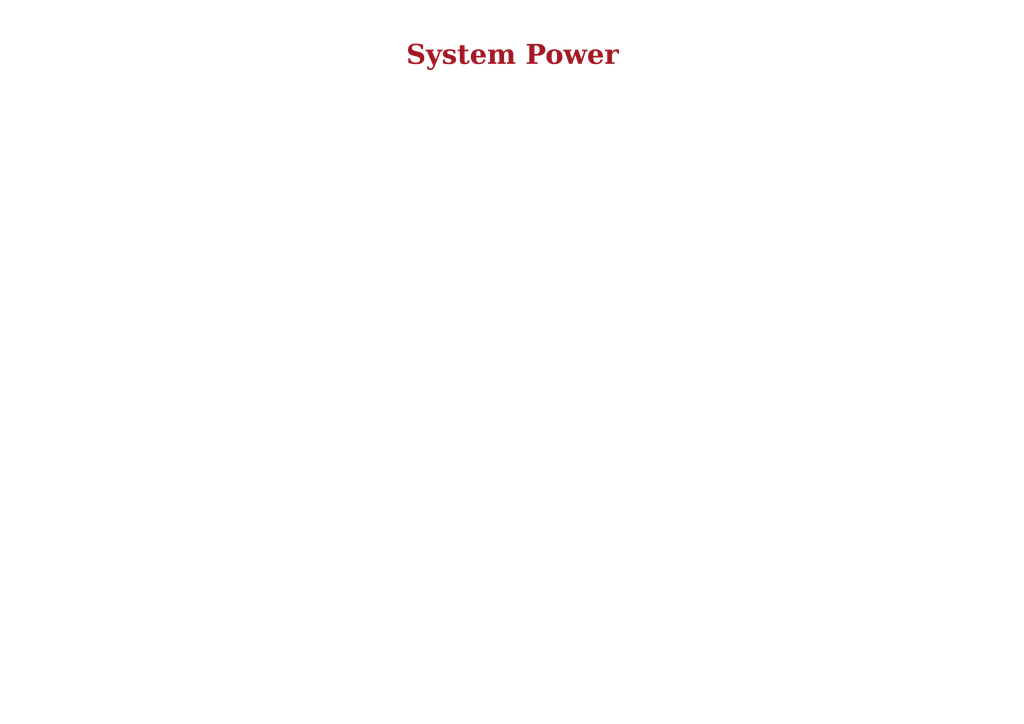
<source format=kicad_sch>
(kicad_sch
	(version 20250114)
	(generator "eeschema")
	(generator_version "9.0")
	(uuid "3affbec8-43d1-4765-9752-937e80d52899")
	(paper "A3")
	(title_block
		(title "System Power")
		(date "2026-02-05")
		(rev "1.0.0")
		(company "DvidMakesThings")
	)
	(lib_symbols)
	(text_box "System Power"
		(exclude_from_sim no)
		(at 12.7 16.51 0)
		(size 394.97 12.7)
		(margins 5.9999 5.9999 5.9999 5.9999)
		(stroke
			(width -0.0001)
			(type solid)
		)
		(fill
			(type none)
		)
		(effects
			(font
				(face "Times New Roman")
				(size 8 8)
				(thickness 1.2)
				(bold yes)
				(color 162 22 34 1)
			)
		)
		(uuid "682054eb-4bd9-4f05-94ef-d839947d960d")
	)
)

</source>
